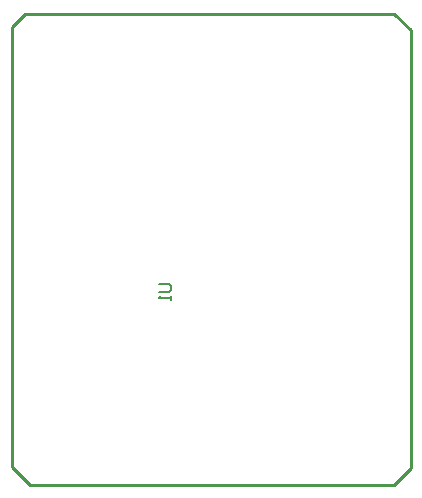
<source format=gm1>
G04*
G04 #@! TF.GenerationSoftware,Altium Limited,Altium Designer,23.0.1 (38)*
G04*
G04 Layer_Color=16711935*
%FSLAX25Y25*%
%MOIN*%
G70*
G04*
G04 #@! TF.SameCoordinates,7FA53B3A-F1D1-4194-8ECC-15494960791F*
G04*
G04*
G04 #@! TF.FilePolarity,Positive*
G04*
G01*
G75*
%ADD10C,0.01000*%
%ADD38C,0.00700*%
D10*
X322500Y254000D02*
X326000D01*
X331500Y259500D01*
Y405500D01*
X326000Y411000D02*
X331500Y405500D01*
X322000Y411000D02*
X326000D01*
X198500Y260000D02*
Y406500D01*
X203000Y411000D01*
X322000D01*
X204500Y254000D02*
X322500D01*
X198500Y260000D02*
X204500Y254000D01*
D38*
X247501Y321000D02*
X250834D01*
X251500Y320334D01*
Y319001D01*
X250834Y318334D01*
X247501D01*
X251500Y317001D02*
Y315668D01*
Y316335D01*
X247501D01*
X248168Y317001D01*
M02*

</source>
